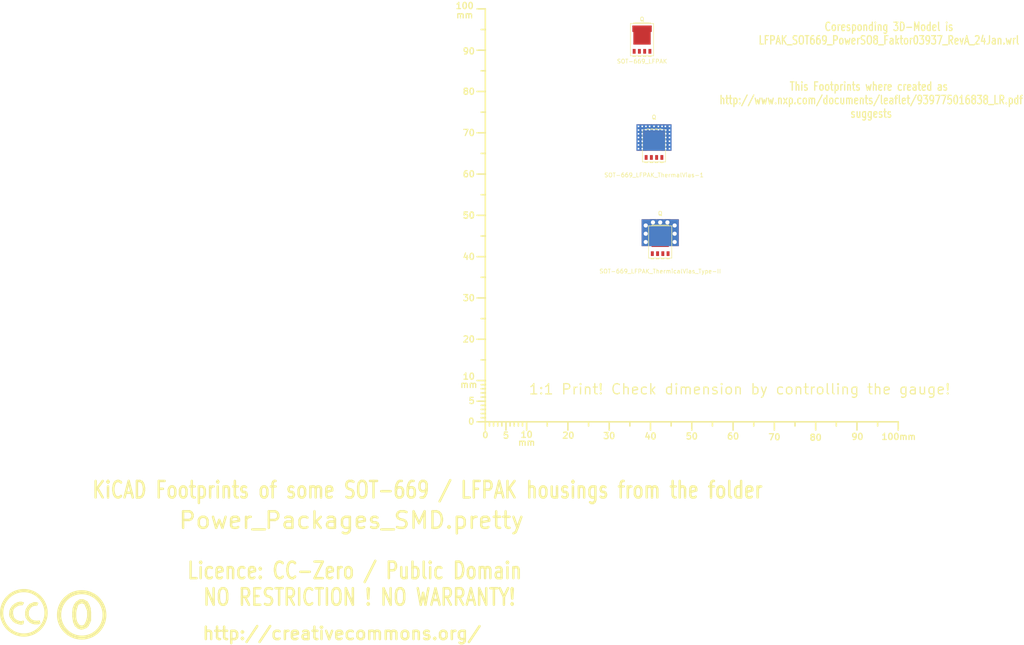
<source format=kicad_pcb>
(kicad_pcb (version 4) (host pcbnew "(2014-12-28 BZR 5339)-product")

  (general
    (links 0)
    (no_connects 0)
    (area -7.617818 40.805099 264.094689 197.4742)
    (thickness 1.6002)
    (drawings 7)
    (tracks 0)
    (zones 0)
    (modules 6)
    (nets 1)
  )

  (page A4)
  (layers
    (0 Vorderseite signal)
    (31 Rückseite signal)
    (32 B.Adhes user)
    (33 F.Adhes user)
    (34 B.Paste user)
    (35 F.Paste user)
    (36 B.SilkS user)
    (37 F.SilkS user)
    (38 B.Mask user)
    (39 F.Mask user)
    (40 Dwgs.User user)
    (41 Cmts.User user)
    (42 Eco1.User user)
    (43 Eco2.User user)
    (44 Edge.Cuts user)
  )

  (setup
    (last_trace_width 0.2032)
    (trace_clearance 0.254)
    (zone_clearance 0.508)
    (zone_45_only no)
    (trace_min 0.2032)
    (segment_width 0.381)
    (edge_width 0.381)
    (via_size 0.889)
    (via_drill 0.635)
    (via_min_size 0.889)
    (via_min_drill 0.508)
    (uvia_size 0.508)
    (uvia_drill 0.127)
    (uvias_allowed no)
    (uvia_min_size 0.508)
    (uvia_min_drill 0.127)
    (pcb_text_width 0.3048)
    (pcb_text_size 1.524 2.032)
    (mod_edge_width 0.381)
    (mod_text_size 1.524 1.524)
    (mod_text_width 0.3048)
    (pad_size 1.524 1.524)
    (pad_drill 0.8128)
    (pad_to_mask_clearance 0.254)
    (aux_axis_origin 0 0)
    (visible_elements 7FFFFFFF)
    (pcbplotparams
      (layerselection 0x00030_80000001)
      (usegerberextensions true)
      (excludeedgelayer true)
      (linewidth 0.150000)
      (plotframeref false)
      (viasonmask false)
      (mode 1)
      (useauxorigin false)
      (hpglpennumber 1)
      (hpglpenspeed 20)
      (hpglpendiameter 15)
      (hpglpenoverlay 0)
      (psnegative false)
      (psa4output false)
      (plotreference true)
      (plotvalue true)
      (plotinvisibletext false)
      (padsonsilk false)
      (subtractmaskfromsilk false)
      (outputformat 1)
      (mirror false)
      (drillshape 0)
      (scaleselection 1)
      (outputdirectory ""))
  )

  (net 0 "")

  (net_class Default "Dies ist die voreingestellte Netzklasse."
    (clearance 0.254)
    (trace_width 0.2032)
    (via_dia 0.889)
    (via_drill 0.635)
    (uvia_dia 0.508)
    (uvia_drill 0.127)
  )

  (module Gauge_100mm_Type2_SilkScreenTop_RevA_Date22Jun2010 (layer Vorderseite) (tedit 4D963937) (tstamp 4D88F07A)
    (at 132.75056 141.2494)
    (descr "Gauge, Massstab, 100mm, SilkScreenTop, Type 2,")
    (tags "Gauge, Massstab, 100mm, SilkScreenTop, Type 2,")
    (path Gauge_100mm_Type2_SilkScreenTop_RevA_Date22Jun2010)
    (fp_text reference MSC (at 4.0005 8.99922) (layer F.SilkS) hide
      (effects (font (thickness 0.3048)))
    )
    (fp_text value Gauge_100mm_Type2_SilkScreenTop_RevA_Date22Jun2010 (at 45.9994 8.99922) (layer F.SilkS) hide
      (effects (font (thickness 0.3048)))
    )
    (fp_text user mm (at 9.99998 5.00126) (layer F.SilkS)
      (effects (font (thickness 0.3048)))
    )
    (fp_text user mm (at -4.0005 -8.99922) (layer F.SilkS)
      (effects (font (thickness 0.3048)))
    )
    (fp_text user mm (at -5.00126 -98.5012) (layer F.SilkS)
      (effects (font (thickness 0.3048)))
    )
    (fp_text user 10 (at 10.00506 3.0988) (layer F.SilkS)
      (effects (font (size 1.50114 1.50114) (thickness 0.29972)))
    )
    (fp_text user 0 (at 0.00508 3.19786) (layer F.SilkS)
      (effects (font (size 1.39954 1.50114) (thickness 0.29972)))
    )
    (fp_text user 5 (at 5.0038 3.29946) (layer F.SilkS)
      (effects (font (size 1.50114 1.50114) (thickness 0.29972)))
    )
    (fp_text user 20 (at 20.1041 3.29946) (layer F.SilkS)
      (effects (font (size 1.50114 1.50114) (thickness 0.29972)))
    )
    (fp_text user 30 (at 30.00502 3.39852) (layer F.SilkS)
      (effects (font (size 1.50114 1.50114) (thickness 0.29972)))
    )
    (fp_text user 40 (at 40.005 3.50012) (layer F.SilkS)
      (effects (font (size 1.50114 1.50114) (thickness 0.29972)))
    )
    (fp_text user 50 (at 50.00498 3.50012) (layer F.SilkS)
      (effects (font (size 1.50114 1.50114) (thickness 0.29972)))
    )
    (fp_text user 60 (at 60.00496 3.50012) (layer F.SilkS)
      (effects (font (size 1.50114 1.50114) (thickness 0.29972)))
    )
    (fp_text user 70 (at 70.00494 3.70078) (layer F.SilkS)
      (effects (font (size 1.50114 1.50114) (thickness 0.29972)))
    )
    (fp_text user 80 (at 80.00492 3.79984) (layer F.SilkS)
      (effects (font (size 1.50114 1.50114) (thickness 0.29972)))
    )
    (fp_text user 90 (at 90.1065 3.60172) (layer F.SilkS)
      (effects (font (size 1.50114 1.50114) (thickness 0.29972)))
    )
    (fp_text user 100mm (at 100.10648 3.60172) (layer F.SilkS)
      (effects (font (size 1.50114 1.50114) (thickness 0.29972)))
    )
    (fp_line (start 0 -8.99922) (end -1.00076 -8.99922) (layer F.SilkS) (width 0.381))
    (fp_line (start 0 -8.001) (end -1.00076 -8.001) (layer F.SilkS) (width 0.381))
    (fp_line (start 0 -7.00024) (end -1.00076 -7.00024) (layer F.SilkS) (width 0.381))
    (fp_line (start 0 -5.99948) (end -1.00076 -5.99948) (layer F.SilkS) (width 0.381))
    (fp_line (start 0 -4.0005) (end -1.00076 -4.0005) (layer F.SilkS) (width 0.381))
    (fp_line (start 0 -2.99974) (end -1.00076 -2.99974) (layer F.SilkS) (width 0.381))
    (fp_line (start 0 -1.99898) (end -1.00076 -1.99898) (layer F.SilkS) (width 0.381))
    (fp_line (start 0 -1.00076) (end -1.00076 -1.00076) (layer F.SilkS) (width 0.381))
    (fp_line (start 0 0) (end -1.99898 0) (layer F.SilkS) (width 0.381))
    (fp_line (start 0 -5.00126) (end -1.99898 -5.00126) (layer F.SilkS) (width 0.381))
    (fp_line (start 0 -9.99998) (end -1.99898 -9.99998) (layer F.SilkS) (width 0.381))
    (fp_line (start 0 -15.00124) (end -1.00076 -15.00124) (layer F.SilkS) (width 0.381))
    (fp_line (start 0 -19.99996) (end -1.99898 -19.99996) (layer F.SilkS) (width 0.381))
    (fp_line (start 0 -25.00122) (end -1.00076 -25.00122) (layer F.SilkS) (width 0.381))
    (fp_line (start 0 -29.99994) (end -1.99898 -29.99994) (layer F.SilkS) (width 0.381))
    (fp_line (start 0 -35.0012) (end -1.00076 -35.0012) (layer F.SilkS) (width 0.381))
    (fp_line (start 0 -39.99992) (end -1.99898 -39.99992) (layer F.SilkS) (width 0.381))
    (fp_line (start 0 -45.00118) (end -1.00076 -45.00118) (layer F.SilkS) (width 0.381))
    (fp_line (start 0 -49.9999) (end -1.99898 -49.9999) (layer F.SilkS) (width 0.381))
    (fp_line (start 0 -55.00116) (end -1.00076 -55.00116) (layer F.SilkS) (width 0.381))
    (fp_line (start 0 -59.99988) (end -1.99898 -59.99988) (layer F.SilkS) (width 0.381))
    (fp_line (start 0 -65.00114) (end -1.00076 -65.00114) (layer F.SilkS) (width 0.381))
    (fp_line (start 0 -69.99986) (end -1.99898 -69.99986) (layer F.SilkS) (width 0.381))
    (fp_line (start 0 -75.00112) (end -1.00076 -75.00112) (layer F.SilkS) (width 0.381))
    (fp_line (start 0 -79.99984) (end -1.99898 -79.99984) (layer F.SilkS) (width 0.381))
    (fp_line (start 0 -85.0011) (end -1.00076 -85.0011) (layer F.SilkS) (width 0.381))
    (fp_line (start 0 -89.99982) (end -1.99898 -89.99982) (layer F.SilkS) (width 0.381))
    (fp_line (start 0 -95.00108) (end -1.00076 -95.00108) (layer F.SilkS) (width 0.381))
    (fp_line (start 0 0) (end 0 -99.9998) (layer F.SilkS) (width 0.381))
    (fp_line (start 0 -99.9998) (end -1.99898 -99.9998) (layer F.SilkS) (width 0.381))
    (fp_text user 100 (at -4.99872 -100.7491) (layer F.SilkS)
      (effects (font (size 1.50114 1.50114) (thickness 0.29972)))
    )
    (fp_text user 90 (at -4.0005 -89.7509) (layer F.SilkS)
      (effects (font (size 1.50114 1.50114) (thickness 0.29972)))
    )
    (fp_text user 80 (at -4.0005 -79.99984) (layer F.SilkS)
      (effects (font (size 1.50114 1.50114) (thickness 0.29972)))
    )
    (fp_text user 70 (at -4.0005 -69.99986) (layer F.SilkS)
      (effects (font (size 1.50114 1.50114) (thickness 0.29972)))
    )
    (fp_text user 60 (at -4.0005 -59.99988) (layer F.SilkS)
      (effects (font (size 1.50114 1.50114) (thickness 0.29972)))
    )
    (fp_text user 50 (at -4.0005 -49.9999) (layer F.SilkS)
      (effects (font (size 1.50114 1.50114) (thickness 0.34036)))
    )
    (fp_text user 40 (at -4.0005 -39.99992) (layer F.SilkS)
      (effects (font (size 1.50114 1.50114) (thickness 0.29972)))
    )
    (fp_text user 30 (at -4.0005 -29.99994) (layer F.SilkS)
      (effects (font (size 1.50114 1.50114) (thickness 0.29972)))
    )
    (fp_text user 20 (at -4.0005 -19.99996) (layer F.SilkS)
      (effects (font (size 1.50114 1.50114) (thickness 0.29972)))
    )
    (fp_line (start 95.00108 0) (end 95.00108 1.00076) (layer F.SilkS) (width 0.381))
    (fp_line (start 89.99982 0) (end 89.99982 1.99898) (layer F.SilkS) (width 0.381))
    (fp_line (start 85.0011 0) (end 85.0011 1.00076) (layer F.SilkS) (width 0.381))
    (fp_line (start 79.99984 0) (end 79.99984 1.99898) (layer F.SilkS) (width 0.381))
    (fp_line (start 75.00112 0) (end 75.00112 1.00076) (layer F.SilkS) (width 0.381))
    (fp_line (start 69.99986 0) (end 69.99986 1.99898) (layer F.SilkS) (width 0.381))
    (fp_line (start 65.00114 0) (end 65.00114 1.00076) (layer F.SilkS) (width 0.381))
    (fp_line (start 59.99988 0) (end 59.99988 1.99898) (layer F.SilkS) (width 0.381))
    (fp_line (start 55.00116 0) (end 55.00116 1.00076) (layer F.SilkS) (width 0.381))
    (fp_line (start 49.9999 0) (end 49.9999 1.99898) (layer F.SilkS) (width 0.381))
    (fp_line (start 45.00118 0) (end 45.00118 1.00076) (layer F.SilkS) (width 0.381))
    (fp_line (start 39.99992 0) (end 39.99992 1.99898) (layer F.SilkS) (width 0.381))
    (fp_line (start 35.0012 0) (end 35.0012 1.00076) (layer F.SilkS) (width 0.381))
    (fp_line (start 29.99994 0) (end 29.99994 1.99898) (layer F.SilkS) (width 0.381))
    (fp_line (start 25.00122 0) (end 25.00122 1.00076) (layer F.SilkS) (width 0.381))
    (fp_line (start 19.99996 0) (end 19.99996 1.99898) (layer F.SilkS) (width 0.381))
    (fp_line (start 15.00124 0) (end 15.00124 1.00076) (layer F.SilkS) (width 0.381))
    (fp_line (start 9.99998 0) (end 99.9998 0) (layer F.SilkS) (width 0.381))
    (fp_line (start 99.9998 0) (end 99.9998 1.99898) (layer F.SilkS) (width 0.381))
    (fp_text user 5 (at -3.302 -5.10286) (layer F.SilkS)
      (effects (font (size 1.50114 1.50114) (thickness 0.29972)))
    )
    (fp_text user 0 (at -3.4036 -0.10414) (layer F.SilkS)
      (effects (font (size 1.50114 1.50114) (thickness 0.29972)))
    )
    (fp_text user 10 (at -4.0005 -11.00074) (layer F.SilkS)
      (effects (font (size 1.50114 1.50114) (thickness 0.29972)))
    )
    (fp_line (start 8.99922 0) (end 8.99922 1.00076) (layer F.SilkS) (width 0.381))
    (fp_line (start 8.001 0) (end 8.001 1.00076) (layer F.SilkS) (width 0.381))
    (fp_line (start 7.00024 0) (end 7.00024 1.00076) (layer F.SilkS) (width 0.381))
    (fp_line (start 5.99948 0) (end 5.99948 1.00076) (layer F.SilkS) (width 0.381))
    (fp_line (start 4.0005 0) (end 4.0005 1.00076) (layer F.SilkS) (width 0.381))
    (fp_line (start 2.99974 0) (end 2.99974 1.00076) (layer F.SilkS) (width 0.381))
    (fp_line (start 1.99898 0) (end 1.99898 1.00076) (layer F.SilkS) (width 0.381))
    (fp_line (start 1.00076 0) (end 1.00076 1.00076) (layer F.SilkS) (width 0.381))
    (fp_line (start 5.00126 0) (end 5.00126 1.99898) (layer F.SilkS) (width 0.381))
    (fp_line (start 0 0) (end 0 1.99898) (layer F.SilkS) (width 0.381))
    (fp_line (start 0 0) (end 9.99998 0) (layer F.SilkS) (width 0.381))
    (fp_line (start 9.99998 0) (end 9.99998 1.99898) (layer F.SilkS) (width 0.381))
  )

  (module Symbol_CC-PublicDomain_SilkScreenTop_Big (layer Vorderseite) (tedit 515D641F) (tstamp 515F0B64)
    (at 35 188)
    (descr "Symbol, CC-PublicDomain, SilkScreen Top, Big,")
    (tags "Symbol, CC-PublicDomain, SilkScreen Top, Big,")
    (path Symbol_CC-Noncommercial_CopperTop_Big)
    (fp_text reference Sym (at 0.59944 -7.29996) (layer F.SilkS) hide
      (effects (font (thickness 0.3048)))
    )
    (fp_text value Symbol_CC-PublicDomain_SilkScreenTop_Big (at 0.59944 8.001) (layer F.SilkS) hide
      (effects (font (thickness 0.3048)))
    )
    (fp_circle (center 0 0) (end 5.8 -0.05) (layer F.SilkS) (width 0.381))
    (fp_circle (center 0 0) (end 5.5 0) (layer F.SilkS) (width 0.381))
    (fp_circle (center 0.05 0) (end 5.25 0) (layer F.SilkS) (width 0.381))
    (fp_line (start 1.1 -2.5) (end 1.4 -1.9) (layer F.SilkS) (width 0.381))
    (fp_line (start -1.8 1.2) (end -1.6 1.9) (layer F.SilkS) (width 0.381))
    (fp_line (start -1.6 1.9) (end -1.2 2.5) (layer F.SilkS) (width 0.381))
    (fp_line (start 0 -3) (end 0.75 -2.75) (layer F.SilkS) (width 0.381))
    (fp_line (start 0.75 -2.75) (end 1 -2.25) (layer F.SilkS) (width 0.381))
    (fp_line (start 1 -2.25) (end 1.5 -1) (layer F.SilkS) (width 0.381))
    (fp_line (start 1.5 -1) (end 1.5 -0.5) (layer F.SilkS) (width 0.381))
    (fp_line (start 1.5 -0.5) (end 1.5 0.5) (layer F.SilkS) (width 0.381))
    (fp_line (start 1.5 0.5) (end 1.25 1.5) (layer F.SilkS) (width 0.381))
    (fp_line (start 1.25 1.5) (end 0.75 2.5) (layer F.SilkS) (width 0.381))
    (fp_line (start 0.75 2.5) (end 0.25 2.75) (layer F.SilkS) (width 0.381))
    (fp_line (start 0.25 2.75) (end -0.25 2.75) (layer F.SilkS) (width 0.381))
    (fp_line (start -0.25 2.75) (end -0.75 2.5) (layer F.SilkS) (width 0.381))
    (fp_line (start -0.75 2.5) (end -1.25 1.75) (layer F.SilkS) (width 0.381))
    (fp_line (start -1.25 1.75) (end -1.5 0.75) (layer F.SilkS) (width 0.381))
    (fp_line (start -1.5 0.75) (end -1.5 -0.75) (layer F.SilkS) (width 0.381))
    (fp_line (start -1.5 -0.75) (end -1.25 -1.75) (layer F.SilkS) (width 0.381))
    (fp_line (start -1.25 -1.75) (end -1 -2.5) (layer F.SilkS) (width 0.381))
    (fp_line (start -1 -2.5) (end -0.3 -2.9) (layer F.SilkS) (width 0.381))
    (fp_line (start -0.3 -2.9) (end 0.2 -3) (layer F.SilkS) (width 0.381))
    (fp_line (start 0.2 -3) (end 0.8 -3) (layer F.SilkS) (width 0.381))
    (fp_line (start 0.8 -3) (end 1.4 -2.3) (layer F.SilkS) (width 0.381))
    (fp_line (start 1.4 -2.3) (end 1.6 -1.4) (layer F.SilkS) (width 0.381))
    (fp_line (start 1.6 -1.4) (end 1.7 -0.3) (layer F.SilkS) (width 0.381))
    (fp_line (start 1.7 -0.3) (end 1.7 0.9) (layer F.SilkS) (width 0.381))
    (fp_line (start 1.7 0.9) (end 1.4 1.8) (layer F.SilkS) (width 0.381))
    (fp_line (start 1.4 1.8) (end 1 2.7) (layer F.SilkS) (width 0.381))
    (fp_line (start 1 2.7) (end 0.5 3) (layer F.SilkS) (width 0.381))
    (fp_line (start 0.5 3) (end -0.4 3) (layer F.SilkS) (width 0.381))
    (fp_line (start -0.4 3) (end -1.3 2.3) (layer F.SilkS) (width 0.381))
    (fp_line (start -1.3 2.3) (end -1.7 1) (layer F.SilkS) (width 0.381))
    (fp_line (start -1.7 1) (end -1.8 -0.7) (layer F.SilkS) (width 0.381))
    (fp_line (start -1.8 -0.7) (end -1.4 -2.2) (layer F.SilkS) (width 0.381))
    (fp_line (start -1.4 -2.2) (end -1 -2.9) (layer F.SilkS) (width 0.381))
    (fp_line (start -1 -2.9) (end -0.2 -3.3) (layer F.SilkS) (width 0.381))
    (fp_line (start -0.2 -3.3) (end 0.7 -3.2) (layer F.SilkS) (width 0.381))
    (fp_line (start 0.7 -3.2) (end 1.3 -3.1) (layer F.SilkS) (width 0.381))
    (fp_line (start 1.3 -3.1) (end 1.7 -2.4) (layer F.SilkS) (width 0.381))
    (fp_line (start 1.7 -2.4) (end 2 -1.6) (layer F.SilkS) (width 0.381))
    (fp_line (start 2 -1.6) (end 2.1 -0.6) (layer F.SilkS) (width 0.381))
    (fp_line (start 2.1 -0.6) (end 2.1 0.3) (layer F.SilkS) (width 0.381))
    (fp_line (start 2.1 0.3) (end 2.1 1.3) (layer F.SilkS) (width 0.381))
    (fp_line (start 2.1 1.3) (end 1.9 1.8) (layer F.SilkS) (width 0.381))
    (fp_line (start 1.9 1.8) (end 1.5 2.6) (layer F.SilkS) (width 0.381))
    (fp_line (start 1.5 2.6) (end 1.1 3) (layer F.SilkS) (width 0.381))
    (fp_line (start 1.1 3) (end 0.4 3.3) (layer F.SilkS) (width 0.381))
    (fp_line (start 0.4 3.3) (end -0.1 3.4) (layer F.SilkS) (width 0.381))
    (fp_line (start -0.1 3.4) (end -0.8 3.2) (layer F.SilkS) (width 0.381))
    (fp_line (start -0.8 3.2) (end -1.5 2.6) (layer F.SilkS) (width 0.381))
    (fp_line (start -1.5 2.6) (end -1.9 1.7) (layer F.SilkS) (width 0.381))
    (fp_line (start -1.9 1.7) (end -2.1 0.4) (layer F.SilkS) (width 0.381))
    (fp_line (start -2.1 0.4) (end -2.1 -0.6) (layer F.SilkS) (width 0.381))
    (fp_line (start -2.1 -0.6) (end -2 -1.6) (layer F.SilkS) (width 0.381))
    (fp_line (start -2 -1.6) (end -1.7 -2.4) (layer F.SilkS) (width 0.381))
    (fp_line (start -1.7 -2.4) (end -1.2 -3.1) (layer F.SilkS) (width 0.381))
    (fp_line (start -1.2 -3.1) (end -0.4 -3.6) (layer F.SilkS) (width 0.381))
    (fp_line (start -0.4 -3.6) (end 0.4 -3.6) (layer F.SilkS) (width 0.381))
    (fp_line (start 0.4 -3.6) (end 1.1 -3.2) (layer F.SilkS) (width 0.381))
    (fp_line (start 1.1 -3.2) (end 1.1 -2.9) (layer F.SilkS) (width 0.381))
    (fp_line (start 1.1 -2.9) (end 1.8 -1.5) (layer F.SilkS) (width 0.381))
    (fp_line (start 1.8 -1.5) (end 1.8 -0.4) (layer F.SilkS) (width 0.381))
    (fp_line (start 1.8 -0.4) (end 1.8 1.1) (layer F.SilkS) (width 0.381))
    (fp_line (start 1.8 1.1) (end 1.2 2.6) (layer F.SilkS) (width 0.381))
    (fp_line (start 1.2 2.6) (end 0.2 3.2) (layer F.SilkS) (width 0.381))
    (fp_line (start 0.2 3.2) (end -0.5 3.2) (layer F.SilkS) (width 0.381))
    (fp_line (start -0.5 3.2) (end -1.1 2.7) (layer F.SilkS) (width 0.381))
    (fp_line (start -1.1 2.7) (end -1.9 0.6) (layer F.SilkS) (width 0.381))
    (fp_line (start -1.9 0.6) (end -1.7 -1.9) (layer F.SilkS) (width 0.381))
  )

  (module Symbol_CreativeCommons_SilkScreenTop_Type2_Big (layer Vorderseite) (tedit 515D640C) (tstamp 515F46B2)
    (at 21 187.5)
    (descr "Symbol, Creative Commons, SilkScreen Top, Type 2, Big,")
    (tags "Symbol, Creative Commons, SilkScreen Top, Type 2, Big,")
    (path Symbol_CreativeCommons_CopperTop_Type2_Big)
    (fp_text reference Sym (at 0.59944 -7.29996) (layer F.SilkS) hide
      (effects (font (thickness 0.3048)))
    )
    (fp_text value Symbol_CreativeCommons_Typ2_SilkScreenTop_Big (at 0.59944 8.001) (layer F.SilkS) hide
      (effects (font (thickness 0.3048)))
    )
    (fp_line (start -0.70104 2.70002) (end -0.29972 2.60096) (layer F.SilkS) (width 0.381))
    (fp_line (start -0.29972 2.60096) (end -0.20066 2.10058) (layer F.SilkS) (width 0.381))
    (fp_line (start -2.49936 -1.69926) (end -2.70002 -1.6002) (layer F.SilkS) (width 0.381))
    (fp_line (start -2.70002 -1.6002) (end -3.0988 -1.00076) (layer F.SilkS) (width 0.381))
    (fp_line (start -3.0988 -1.00076) (end -3.29946 -0.50038) (layer F.SilkS) (width 0.381))
    (fp_line (start -3.29946 -0.50038) (end -3.40106 0.39878) (layer F.SilkS) (width 0.381))
    (fp_line (start -3.40106 0.39878) (end -3.29946 0.89916) (layer F.SilkS) (width 0.381))
    (fp_line (start -0.19812 2.4003) (end -0.29718 2.59842) (layer F.SilkS) (width 0.381))
    (fp_line (start 3.70078 2.10058) (end 3.79984 2.4003) (layer F.SilkS) (width 0.381))
    (fp_line (start 2.99974 -2.4003) (end 3.29946 -2.30124) (layer F.SilkS) (width 0.381))
    (fp_line (start 3.29946 -2.30124) (end 3.0988 -1.99898) (layer F.SilkS) (width 0.381))
    (fp_line (start 0 -5.40004) (end -0.50038 -5.40004) (layer F.SilkS) (width 0.381))
    (fp_line (start -0.50038 -5.40004) (end -1.30048 -5.10032) (layer F.SilkS) (width 0.381))
    (fp_line (start -1.30048 -5.10032) (end -1.99898 -4.89966) (layer F.SilkS) (width 0.381))
    (fp_line (start -1.99898 -4.89966) (end -2.70002 -4.699) (layer F.SilkS) (width 0.381))
    (fp_line (start -2.70002 -4.699) (end -3.29946 -4.20116) (layer F.SilkS) (width 0.381))
    (fp_line (start -3.29946 -4.20116) (end -4.0005 -3.59918) (layer F.SilkS) (width 0.381))
    (fp_line (start -4.0005 -3.59918) (end -4.50088 -2.99974) (layer F.SilkS) (width 0.381))
    (fp_line (start -4.50088 -2.99974) (end -5.00126 -2.10058) (layer F.SilkS) (width 0.381))
    (fp_line (start -5.00126 -2.10058) (end -5.30098 -1.09982) (layer F.SilkS) (width 0.381))
    (fp_line (start -5.30098 -1.09982) (end -5.40004 0.09906) (layer F.SilkS) (width 0.381))
    (fp_line (start -5.40004 0.09906) (end -5.19938 1.30048) (layer F.SilkS) (width 0.381))
    (fp_line (start -5.19938 1.30048) (end -4.8006 2.4003) (layer F.SilkS) (width 0.381))
    (fp_line (start -4.8006 2.4003) (end -3.79984 3.8989) (layer F.SilkS) (width 0.381))
    (fp_line (start -3.79984 3.8989) (end -2.60096 4.8006) (layer F.SilkS) (width 0.381))
    (fp_line (start -2.60096 4.8006) (end -1.30048 5.30098) (layer F.SilkS) (width 0.381))
    (fp_line (start -1.30048 5.30098) (end 0.09906 5.30098) (layer F.SilkS) (width 0.381))
    (fp_line (start 0.09906 5.30098) (end 1.6002 5.19938) (layer F.SilkS) (width 0.381))
    (fp_line (start 1.6002 5.19938) (end 2.60096 4.699) (layer F.SilkS) (width 0.381))
    (fp_line (start 2.60096 4.699) (end 4.20116 3.40106) (layer F.SilkS) (width 0.381))
    (fp_line (start 4.20116 3.40106) (end 5.00126 1.80086) (layer F.SilkS) (width 0.381))
    (fp_line (start 5.00126 1.80086) (end 5.40004 0.29972) (layer F.SilkS) (width 0.381))
    (fp_line (start 5.40004 0.29972) (end 5.19938 -1.39954) (layer F.SilkS) (width 0.381))
    (fp_line (start 5.19938 -1.39954) (end 4.699 -2.49936) (layer F.SilkS) (width 0.381))
    (fp_line (start 4.699 -2.49936) (end 3.40106 -4.09956) (layer F.SilkS) (width 0.381))
    (fp_line (start 3.40106 -4.09956) (end 2.4003 -4.8006) (layer F.SilkS) (width 0.381))
    (fp_line (start 2.4003 -4.8006) (end 1.39954 -5.19938) (layer F.SilkS) (width 0.381))
    (fp_line (start 1.39954 -5.19938) (end 0 -5.30098) (layer F.SilkS) (width 0.381))
    (fp_line (start 0.60198 -0.70104) (end 0.50292 -0.20066) (layer F.SilkS) (width 0.381))
    (fp_line (start 0.50292 -0.20066) (end 0.50292 0.49784) (layer F.SilkS) (width 0.381))
    (fp_line (start 0.50292 0.49784) (end 0.60198 1.09982) (layer F.SilkS) (width 0.381))
    (fp_line (start 0.60198 1.09982) (end 1.00076 1.69926) (layer F.SilkS) (width 0.381))
    (fp_line (start 1.00076 1.69926) (end 1.50114 2.19964) (layer F.SilkS) (width 0.381))
    (fp_line (start 1.50114 2.19964) (end 2.10058 2.49936) (layer F.SilkS) (width 0.381))
    (fp_line (start 2.10058 2.49936) (end 2.60096 2.59842) (layer F.SilkS) (width 0.381))
    (fp_line (start 2.60096 2.59842) (end 3.00228 2.59842) (layer F.SilkS) (width 0.381))
    (fp_line (start 3.00228 2.59842) (end 3.40106 2.59842) (layer F.SilkS) (width 0.381))
    (fp_line (start 3.40106 2.59842) (end 3.80238 2.49936) (layer F.SilkS) (width 0.381))
    (fp_line (start 3.80238 2.49936) (end 3.70078 2.2987) (layer F.SilkS) (width 0.381))
    (fp_line (start 3.70078 2.2987) (end 2.80162 2.4003) (layer F.SilkS) (width 0.381))
    (fp_line (start 2.80162 2.4003) (end 1.80086 2.09804) (layer F.SilkS) (width 0.381))
    (fp_line (start 1.80086 2.09804) (end 1.20142 1.6002) (layer F.SilkS) (width 0.381))
    (fp_line (start 1.20142 1.6002) (end 0.80264 0.6985) (layer F.SilkS) (width 0.381))
    (fp_line (start 0.80264 0.6985) (end 0.70104 -0.29972) (layer F.SilkS) (width 0.381))
    (fp_line (start 0.70104 -0.29972) (end 1.00076 -1.00076) (layer F.SilkS) (width 0.381))
    (fp_line (start 1.00076 -1.00076) (end 1.60274 -1.7018) (layer F.SilkS) (width 0.381))
    (fp_line (start 1.60274 -1.7018) (end 2.30124 -2.10058) (layer F.SilkS) (width 0.381))
    (fp_line (start 2.30124 -2.10058) (end 3.00228 -2.10058) (layer F.SilkS) (width 0.381))
    (fp_line (start 3.00228 -2.10058) (end 3.10134 -1.89992) (layer F.SilkS) (width 0.381))
    (fp_line (start 3.10134 -1.89992) (end 2.5019 -1.89992) (layer F.SilkS) (width 0.381))
    (fp_line (start 2.5019 -1.89992) (end 1.80086 -1.6002) (layer F.SilkS) (width 0.381))
    (fp_line (start 1.80086 -1.6002) (end 1.30048 -1.00076) (layer F.SilkS) (width 0.381))
    (fp_line (start 1.30048 -1.00076) (end 1.00076 -0.40132) (layer F.SilkS) (width 0.381))
    (fp_line (start 1.00076 -0.40132) (end 1.00076 0.09906) (layer F.SilkS) (width 0.381))
    (fp_line (start 1.00076 0.09906) (end 1.00076 0.6985) (layer F.SilkS) (width 0.381))
    (fp_line (start 1.00076 0.6985) (end 1.30048 1.19888) (layer F.SilkS) (width 0.381))
    (fp_line (start 1.30048 1.19888) (end 1.7018 1.69926) (layer F.SilkS) (width 0.381))
    (fp_line (start 1.7018 1.69926) (end 2.30124 1.99898) (layer F.SilkS) (width 0.381))
    (fp_line (start 2.30124 1.99898) (end 2.90068 2.09804) (layer F.SilkS) (width 0.381))
    (fp_line (start 2.90068 2.09804) (end 3.40106 2.09804) (layer F.SilkS) (width 0.381))
    (fp_line (start 3.40106 2.09804) (end 3.70078 1.99898) (layer F.SilkS) (width 0.381))
    (fp_line (start 3.00228 -2.4003) (end 2.40284 -2.4003) (layer F.SilkS) (width 0.381))
    (fp_line (start 2.40284 -2.4003) (end 2.00152 -2.20218) (layer F.SilkS) (width 0.381))
    (fp_line (start 2.00152 -2.20218) (end 1.50114 -2.00152) (layer F.SilkS) (width 0.381))
    (fp_line (start 1.50114 -2.00152) (end 1.10236 -1.6002) (layer F.SilkS) (width 0.381))
    (fp_line (start 1.10236 -1.6002) (end 0.80264 -1.09982) (layer F.SilkS) (width 0.381))
    (fp_line (start 0.80264 -1.09982) (end 0.60198 -0.70104) (layer F.SilkS) (width 0.381))
    (fp_line (start -0.39878 -1.99898) (end -0.89916 -1.99898) (layer F.SilkS) (width 0.381))
    (fp_line (start -0.89916 -1.99898) (end -1.39954 -1.89738) (layer F.SilkS) (width 0.381))
    (fp_line (start -1.39954 -1.89738) (end -1.89992 -1.59766) (layer F.SilkS) (width 0.381))
    (fp_line (start -1.89992 -1.59766) (end -2.4003 -1.19888) (layer F.SilkS) (width 0.381))
    (fp_line (start -2.4003 -1.30048) (end -2.70002 -0.8001) (layer F.SilkS) (width 0.381))
    (fp_line (start -2.70002 -0.8001) (end -2.79908 -0.29972) (layer F.SilkS) (width 0.381))
    (fp_line (start -2.79908 -0.29972) (end -2.79908 0.20066) (layer F.SilkS) (width 0.381))
    (fp_line (start -2.79908 0.20066) (end -2.59842 1.00076) (layer F.SilkS) (width 0.381))
    (fp_line (start -2.69748 1.00076) (end -2.39776 1.39954) (layer F.SilkS) (width 0.381))
    (fp_line (start -2.29616 1.4986) (end -1.79578 1.89992) (layer F.SilkS) (width 0.381))
    (fp_line (start -1.79578 1.89992) (end -1.29794 2.09804) (layer F.SilkS) (width 0.381))
    (fp_line (start -1.29794 2.09804) (end -0.89662 2.19964) (layer F.SilkS) (width 0.381))
    (fp_line (start -0.89662 2.19964) (end -0.49784 2.19964) (layer F.SilkS) (width 0.381))
    (fp_line (start -0.49784 2.19964) (end -0.19812 2.09804) (layer F.SilkS) (width 0.381))
    (fp_line (start -0.19812 2.09804) (end -0.29718 2.4003) (layer F.SilkS) (width 0.381))
    (fp_line (start -0.29718 2.4003) (end -0.89662 2.49936) (layer F.SilkS) (width 0.381))
    (fp_line (start -0.89662 2.49936) (end -1.59766 2.2987) (layer F.SilkS) (width 0.381))
    (fp_line (start -1.59766 2.2987) (end -2.29616 1.79832) (layer F.SilkS) (width 0.381))
    (fp_line (start -2.29616 1.79832) (end -2.79654 1.29794) (layer F.SilkS) (width 0.381))
    (fp_line (start -2.79908 1.39954) (end -2.99974 0.70104) (layer F.SilkS) (width 0.381))
    (fp_line (start -2.99974 0.70104) (end -3.0988 0) (layer F.SilkS) (width 0.381))
    (fp_line (start -3.0988 0) (end -2.99974 -0.59944) (layer F.SilkS) (width 0.381))
    (fp_line (start -2.99974 -0.8001) (end -2.70002 -1.30048) (layer F.SilkS) (width 0.381))
    (fp_line (start -2.70002 -1.09982) (end -2.19964 -1.6002) (layer F.SilkS) (width 0.381))
    (fp_line (start -2.19964 -1.69926) (end -1.69926 -1.99898) (layer F.SilkS) (width 0.381))
    (fp_line (start -1.69926 -1.99898) (end -1.19888 -2.19964) (layer F.SilkS) (width 0.381))
    (fp_line (start -1.19888 -2.19964) (end -0.6985 -2.19964) (layer F.SilkS) (width 0.381))
    (fp_line (start -0.6985 -2.19964) (end -0.29972 -2.19964) (layer F.SilkS) (width 0.381))
    (fp_line (start -0.29972 -2.19964) (end -0.20066 -2.39776) (layer F.SilkS) (width 0.381))
    (fp_line (start -0.20066 -2.39776) (end -0.59944 -2.49936) (layer F.SilkS) (width 0.381))
    (fp_line (start -0.59944 -2.49936) (end -1.00076 -2.49936) (layer F.SilkS) (width 0.381))
    (fp_line (start -1.00076 -2.49936) (end -1.4986 -2.39776) (layer F.SilkS) (width 0.381))
    (fp_line (start -1.4986 -2.39776) (end -2.10058 -2.09804) (layer F.SilkS) (width 0.381))
    (fp_line (start -2.10058 -2.09804) (end -2.59842 -1.69926) (layer F.SilkS) (width 0.381))
    (fp_line (start -2.59842 -1.6002) (end -3.0988 -0.89916) (layer F.SilkS) (width 0.381))
    (fp_line (start -3.0988 -0.89916) (end -3.29946 -0.29972) (layer F.SilkS) (width 0.381))
    (fp_line (start -3.29946 -0.29972) (end -3.29946 0.40132) (layer F.SilkS) (width 0.381))
    (fp_line (start -3.29946 0.40132) (end -3.2004 1.00076) (layer F.SilkS) (width 0.381))
    (fp_line (start -3.29946 0.8001) (end -2.99974 1.39954) (layer F.SilkS) (width 0.381))
    (fp_line (start -2.89814 1.4986) (end -2.49682 1.99898) (layer F.SilkS) (width 0.381))
    (fp_line (start -2.49682 1.99898) (end -1.89738 2.4003) (layer F.SilkS) (width 0.381))
    (fp_line (start -1.89738 2.4003) (end -1.19634 2.59842) (layer F.SilkS) (width 0.381))
    (fp_line (start -1.19634 2.59842) (end -0.69596 2.70002) (layer F.SilkS) (width 0.381))
    (fp_line (start -2.9972 1.19888) (end -2.59842 1.19888) (layer F.SilkS) (width 0.381))
    (fp_circle (center 0 0) (end 5.08 1.016) (layer F.SilkS) (width 0.381))
    (fp_circle (center 0 0) (end 5.588 0) (layer F.SilkS) (width 0.381))
  )

  (module SOT669-LFPAK:SOT-669_LFPAK (layer Vorderseite) (tedit 54C6F638) (tstamp 54D13BC0)
    (at 170.7 48.7)
    (descr "LFPAK www.nxp.com/documents/leaflet/939775016838_LR.pdf")
    (tags "LFPAK SOT-669 Power-SO8")
    (attr smd)
    (fp_text reference Q (at 0 -4.925) (layer F.SilkS)
      (effects (font (size 1 1) (thickness 0.15)))
    )
    (fp_text value SOT-669_LFPAK (at 0 5.25) (layer F.SilkS)
      (effects (font (size 1 1) (thickness 0.15)))
    )
    (fp_line (start 2.95 -4.25) (end 2.95 4.25) (layer F.CrtYd) (width 0.05))
    (fp_line (start -2.95 4.25) (end -2.95 -4.25) (layer F.CrtYd) (width 0.05))
    (fp_line (start -2.95 4.25) (end 2.95 4.25) (layer F.CrtYd) (width 0.05))
    (fp_line (start -2.95 -4.25) (end 2.95 -4.25) (layer F.CrtYd) (width 0.05))
    (fp_line (start -2 -3.9) (end -2 -4.1) (layer F.SilkS) (width 0.15))
    (fp_line (start -2 -4.1) (end 2 -4.1) (layer F.SilkS) (width 0.15))
    (fp_line (start 2 -4.1) (end 2 -3.9) (layer F.SilkS) (width 0.15))
    (fp_line (start 1.6 3.9) (end 1.6 4.1) (layer F.SilkS) (width 0.15))
    (fp_line (start 1.6 4.1) (end 2.2 4.1) (layer F.SilkS) (width 0.15))
    (fp_line (start 2.2 4.1) (end 2.2 3.9) (layer F.SilkS) (width 0.15))
    (fp_line (start 0.3 3.9) (end 0.3 4.1) (layer F.SilkS) (width 0.15))
    (fp_line (start 0.3 4.1) (end 0.9 4.1) (layer F.SilkS) (width 0.15))
    (fp_line (start 0.9 4.1) (end 0.9 3.9) (layer F.SilkS) (width 0.15))
    (fp_line (start -0.9 3.9) (end -0.9 4.1) (layer F.SilkS) (width 0.15))
    (fp_line (start -0.9 4.1) (end -0.3 4.1) (layer F.SilkS) (width 0.15))
    (fp_line (start -0.3 4.1) (end -0.3 3.9) (layer F.SilkS) (width 0.15))
    (fp_line (start -2.2 3.9) (end -2.2 4.1) (layer F.SilkS) (width 0.15))
    (fp_line (start -2.2 4.1) (end -1.6 4.1) (layer F.SilkS) (width 0.15))
    (fp_line (start -1.6 4.1) (end -1.6 3.9) (layer F.SilkS) (width 0.15))
    (fp_line (start -2.8 -3.9) (end 2.8 -3.9) (layer F.SilkS) (width 0.15))
    (fp_line (start 2.8 -3.9) (end 2.8 3.9) (layer F.SilkS) (width 0.15))
    (fp_line (start 2.8 3.9) (end -2.8 3.9) (layer F.SilkS) (width 0.15))
    (fp_line (start -2.8 3.9) (end -2.8 -3.9) (layer F.SilkS) (width 0.15))
    (pad 7 smd rect (at -1.15 -0.2 90) (size 0.6 0.9) (layers F.Paste))
    (pad 7 smd rect (at -1.15 0.65 90) (size 0.6 0.9) (layers F.Paste))
    (pad 7 smd rect (at -1.15 -1.05 90) (size 0.6 0.9) (layers F.Paste))
    (pad 7 smd rect (at 1.15 -0.2 90) (size 0.6 0.9) (layers F.Paste))
    (pad 7 smd rect (at 1.15 0.65 90) (size 0.6 0.9) (layers F.Paste))
    (pad 7 smd rect (at 1.15 -1.05 90) (size 0.6 0.9) (layers F.Paste))
    (pad 7 smd rect (at 0 -1.05 90) (size 0.6 0.9) (layers F.Paste))
    (pad 7 smd rect (at 0 0.65 90) (size 0.6 0.9) (layers F.Paste))
    (pad 6 smd rect (at -1.875 -2.9) (size 0.6 0.9) (layers F.Paste))
    (pad 6 smd rect (at 1.875 -2.9) (size 0.6 0.9) (layers F.Paste))
    (pad 6 smd rect (at -0.6 -2.9) (size 0.6 0.9) (layers F.Paste))
    (pad 2 smd rect (at -0.635 2.825) (size 0.7 1.15) (layers Vorderseite F.Paste F.Mask)
      (solder_mask_margin 0.075) (solder_paste_margin -0.05))
    (pad 1 smd rect (at -1.905 2.825) (size 0.7 1.15) (layers Vorderseite F.Paste F.Mask)
      (solder_mask_margin 0.075) (solder_paste_margin -0.05))
    (pad 3 smd rect (at 0.635 2.825) (size 0.7 1.15) (layers Vorderseite F.Paste F.Mask)
      (solder_mask_margin 0.075) (solder_paste_margin -0.05))
    (pad 5 smd rect (at 0 -2.65) (size 4.7 1.55) (layers Vorderseite F.Mask)
      (solder_mask_margin 0.075))
    (pad 5 smd rect (at 0 -0.45) (size 4.2 3.3) (layers Vorderseite F.Mask)
      (solder_mask_margin 0.075))
    (pad 4 smd rect (at 1.905 2.825) (size 0.7 1.15) (layers Vorderseite F.Paste F.Mask)
      (solder_mask_margin 0.075) (solder_paste_margin -0.05))
    (pad 6 smd rect (at 0.6 -2.9) (size 0.6 0.9) (layers F.Paste))
    (pad 7 smd rect (at 0 -0.2 90) (size 0.6 0.9) (layers F.Paste))
    (model Housings_SOT-669_LFPAK/SOT-669_LFPAK_Factor03937.wrl
      (at (xyz 0 0 0))
      (scale (xyz 1 1 1))
      (rotate (xyz 0 0 0))
    )
  )

  (module SOT669-LFPAK:SOT-669_LFPAK_ThermalVias-1 (layer Vorderseite) (tedit 54C6F74E) (tstamp 54D13E82)
    (at 173.6 74.4)
    (descr "LFPAK www.nxp.com/documents/leaflet/939775016838_LR.pdf")
    (tags "LFPAK SOT669 Thermal Vias 0.4mm Power-SO8")
    (attr smd)
    (fp_text reference Q (at 0 -6.9) (layer F.SilkS)
      (effects (font (size 1 1) (thickness 0.15)))
    )
    (fp_text value SOT-669_LFPAK_ThermalVias-1 (at 0 7.1) (layer F.SilkS)
      (effects (font (size 1 1) (thickness 0.15)))
    )
    (fp_line (start -2.8 1) (end -2.8 3.9) (layer F.SilkS) (width 0.15))
    (fp_line (start -2.8 0.1) (end -2.8 0.35) (layer F.SilkS) (width 0.15))
    (fp_line (start -2.8 -0.8) (end -2.8 -0.55) (layer F.SilkS) (width 0.15))
    (fp_line (start -2.8 -1.7) (end -2.8 -1.45) (layer F.SilkS) (width 0.15))
    (fp_line (start -2.8 -2.55) (end -2.8 -2.35) (layer F.SilkS) (width 0.15))
    (fp_line (start -2.8 -3.5) (end -2.8 -3.25) (layer F.SilkS) (width 0.15))
    (fp_line (start -2.25 -3.9) (end -2.5 -3.9) (layer F.SilkS) (width 0.15))
    (fp_line (start -1.35 -3.9) (end -1.6 -3.9) (layer F.SilkS) (width 0.15))
    (fp_line (start -1.25 -4.1) (end -1.65 -4.1) (layer F.SilkS) (width 0.15))
    (fp_line (start -0.3 -3.9) (end -0.7 -3.9) (layer F.SilkS) (width 0.15))
    (fp_line (start -0.25 -4.1) (end -0.75 -4.1) (layer F.SilkS) (width 0.15))
    (fp_line (start 0.75 -3.9) (end 0.35 -3.9) (layer F.SilkS) (width 0.15))
    (fp_line (start 0.8 -4.1) (end 0.3 -4.1) (layer F.SilkS) (width 0.15))
    (fp_line (start 1.7 -4.1) (end 1.35 -4.1) (layer F.SilkS) (width 0.15))
    (fp_line (start 1.65 -3.9) (end 1.35 -3.9) (layer F.SilkS) (width 0.15))
    (fp_line (start 2.55 -3.9) (end 2.3 -3.9) (layer F.SilkS) (width 0.15))
    (fp_line (start 2.8 -3.2) (end 2.8 -3.45) (layer F.SilkS) (width 0.15))
    (fp_line (start 2.8 -2.3) (end 2.8 -2.55) (layer F.SilkS) (width 0.15))
    (fp_line (start 2.8 -1.4) (end 2.8 -1.65) (layer F.SilkS) (width 0.15))
    (fp_line (start 2.8 -0.5) (end 2.8 -0.75) (layer F.SilkS) (width 0.15))
    (fp_line (start 2.8 0.4) (end 2.8 0.1) (layer F.SilkS) (width 0.15))
    (fp_line (start 2.8 3.9) (end 2.8 1) (layer F.SilkS) (width 0.15))
    (fp_line (start 1.6 3.9) (end 1.6 4.1) (layer F.SilkS) (width 0.15))
    (fp_line (start 1.6 4.1) (end 2.2 4.1) (layer F.SilkS) (width 0.15))
    (fp_line (start 2.2 4.1) (end 2.2 3.9) (layer F.SilkS) (width 0.15))
    (fp_line (start 0.3 3.9) (end 0.3 4.1) (layer F.SilkS) (width 0.15))
    (fp_line (start 0.3 4.1) (end 0.9 4.1) (layer F.SilkS) (width 0.15))
    (fp_line (start 0.9 4.1) (end 0.9 3.9) (layer F.SilkS) (width 0.15))
    (fp_line (start -0.9 3.9) (end -0.9 4.1) (layer F.SilkS) (width 0.15))
    (fp_line (start -0.9 4.1) (end -0.3 4.1) (layer F.SilkS) (width 0.15))
    (fp_line (start -0.3 4.1) (end -0.3 3.9) (layer F.SilkS) (width 0.15))
    (fp_line (start -2.2 3.9) (end -2.2 4.1) (layer F.SilkS) (width 0.15))
    (fp_line (start -2.2 4.1) (end -1.6 4.1) (layer F.SilkS) (width 0.15))
    (fp_line (start -1.6 4.1) (end -1.6 3.9) (layer F.SilkS) (width 0.15))
    (fp_line (start 2.8 3.9) (end -2.8 3.9) (layer F.SilkS) (width 0.15))
    (pad 5 thru_hole rect (at 1.05 -4.7) (size 1 1) (drill 0.4) (layers *.Cu))
    (pad 5 thru_hole rect (at 0 -4.7) (size 1.4 1) (drill 0.4) (layers *.Cu))
    (pad 5 thru_hole rect (at -2.85 -4.7) (size 1 1) (drill 0.4) (layers *.Cu))
    (pad 5 thru_hole rect (at -1.05 -4.7) (size 1 1) (drill 0.4) (layers *.Cu))
    (pad 5 thru_hole rect (at 1.95 -4.7) (size 1 1) (drill 0.4) (layers *.Cu))
    (pad 5 thru_hole rect (at -1.95 -4.7) (size 1 1) (drill 0.4) (layers *.Cu))
    (pad 5 thru_hole rect (at 2.75 -4.7) (size 1 1) (drill 0.4) (layers *.Cu))
    (pad 5 thru_hole rect (at -3.75 -4.7) (size 1 1) (drill 0.4) (layers *.Cu))
    (pad 5 thru_hole rect (at -3.75 -3.8) (size 1 1) (drill 0.4) (layers *.Cu))
    (pad 5 thru_hole rect (at -3.75 -2) (size 1 1) (drill 0.4) (layers *.Cu))
    (pad 5 thru_hole rect (at -3.75 -2.9) (size 1 1) (drill 0.4) (layers *.Cu))
    (pad 5 thru_hole rect (at -3.75 -0.2) (size 1 1) (drill 0.4) (layers *.Cu))
    (pad 5 thru_hole rect (at -3.75 0.7) (size 1 1) (drill 0.4) (layers *.Cu))
    (pad 5 thru_hole rect (at -3.75 -1.1) (size 1 1) (drill 0.4) (layers *.Cu))
    (pad 5 thru_hole rect (at 3.75 -4.7) (size 1 1) (drill 0.4) (layers *.Cu))
    (pad 5 thru_hole rect (at 3.75 -2.9) (size 1 1) (drill 0.4) (layers *.Cu))
    (pad 5 thru_hole rect (at 3.75 0.7) (size 1 1) (drill 0.4) (layers *.Cu))
    (pad 5 thru_hole rect (at 3.75 -1.1) (size 1 1) (drill 0.4) (layers *.Cu))
    (pad 5 thru_hole rect (at 3.75 -2) (size 1 1) (drill 0.4) (layers *.Cu))
    (pad 5 thru_hole rect (at 3.75 -0.2) (size 1 1) (drill 0.4) (layers *.Cu))
    (pad 5 thru_hole rect (at 3.75 -3.8) (size 1 1) (drill 0.4) (layers *.Cu))
    (pad 5 thru_hole rect (at 1.05 -3.9) (size 1 1) (drill 0.4) (layers *.Cu))
    (pad 5 thru_hole rect (at -1.05 -3.9) (size 1 1) (drill 0.4) (layers *.Cu))
    (pad 5 thru_hole rect (at 0 -3.9) (size 1.4 1) (drill 0.4) (layers *.Cu))
    (pad 5 thru_hole rect (at -1.95 -3.9) (size 1 1) (drill 0.4) (layers *.Cu))
    (pad 5 thru_hole rect (at -2.85 -2) (size 1 1) (drill 0.4) (layers *.Cu))
    (pad 5 thru_hole rect (at -2.85 -1.1) (size 1 1) (drill 0.4) (layers *.Cu))
    (pad 5 thru_hole rect (at -2.85 -0.2) (size 1 1) (drill 0.4) (layers *.Cu))
    (pad 5 thru_hole rect (at -2.85 -3.8) (size 1 1) (drill 0.4) (layers *.Cu))
    (pad 7 smd rect (at -1.15 -0.2 90) (size 0.6 0.9) (layers F.Paste))
    (pad 7 smd rect (at -1.15 0.65 90) (size 0.6 0.9) (layers F.Paste))
    (pad 7 smd rect (at -1.15 -1.05 90) (size 0.6 0.9) (layers F.Paste))
    (pad 7 smd rect (at 1.15 -0.2 90) (size 0.6 0.9) (layers F.Paste))
    (pad 7 smd rect (at 1.15 0.65 90) (size 0.6 0.9) (layers F.Paste))
    (pad 7 smd rect (at 1.15 -1.05 90) (size 0.6 0.9) (layers F.Paste))
    (pad 7 smd rect (at 0 -1.05 90) (size 0.6 0.9) (layers F.Paste))
    (pad 7 smd rect (at 0 0.65 90) (size 0.6 0.9) (layers F.Paste))
    (pad 6 smd rect (at -1.875 -2.9) (size 0.6 0.9) (layers F.Paste))
    (pad 6 smd rect (at 1.875 -2.9) (size 0.6 0.9) (layers F.Paste))
    (pad 6 smd rect (at -0.6 -2.9) (size 0.6 0.9) (layers F.Paste))
    (pad 2 smd rect (at -0.635 2.825) (size 0.7 1.15) (layers Vorderseite F.Paste F.Mask)
      (solder_mask_margin 0.075) (solder_paste_margin -0.05))
    (pad 1 smd rect (at -1.905 2.825) (size 0.7 1.15) (layers Vorderseite F.Paste F.Mask)
      (solder_mask_margin 0.075) (solder_paste_margin -0.05))
    (pad 3 smd rect (at 0.635 2.825) (size 0.7 1.15) (layers Vorderseite F.Paste F.Mask)
      (solder_mask_margin 0.075) (solder_paste_margin -0.05))
    (pad 5 smd rect (at 0 -2.65) (size 4.7 1.55) (layers Vorderseite F.Mask)
      (solder_mask_margin 0.075))
    (pad 5 smd rect (at 0 -0.45) (size 4.2 3.3) (layers Vorderseite F.Mask)
      (solder_mask_margin 0.075))
    (pad 4 smd rect (at 1.905 2.825) (size 0.7 1.15) (layers Vorderseite F.Paste F.Mask)
      (solder_mask_margin 0.075) (solder_paste_margin -0.05))
    (pad 6 smd rect (at 0.6 -2.9) (size 0.6 0.9) (layers F.Paste))
    (pad 7 smd rect (at 0 -0.2 90) (size 0.6 0.9) (layers F.Paste))
    (pad 5 thru_hole rect (at 2.85 0.7) (size 1 1) (drill 0.4) (layers *.Cu))
    (pad 5 thru_hole rect (at 2.85 -0.2) (size 1 1) (drill 0.4) (layers *.Cu))
    (pad 5 thru_hole rect (at 2.85 -1.1) (size 1 1) (drill 0.4) (layers *.Cu))
    (pad 5 thru_hole rect (at 2.85 -2) (size 1 1) (drill 0.4) (layers *.Cu))
    (pad 5 thru_hole rect (at 2.85 -2.9) (size 1 1) (drill 0.4) (layers *.Cu))
    (pad 5 thru_hole rect (at 2.85 -3.8) (size 1 1) (drill 0.4) (layers *.Cu))
    (pad 5 thru_hole rect (at 1.95 -3.9) (size 1 1) (drill 0.4) (layers *.Cu))
    (pad 5 thru_hole rect (at -2.85 0.7) (size 1 1) (drill 0.4) (layers *.Cu))
    (pad 5 thru_hole rect (at -2.85 -2.9) (size 1 1) (drill 0.4) (layers *.Cu))
    (pad 5 smd rect (at 2.25 -1.75) (size 0.5 0.5) (layers Vorderseite))
    (pad 5 smd rect (at -2.25 -1.75) (size 0.5 0.5) (layers Vorderseite))
    (pad 5 smd rect (at 0 -2.65) (size 4.7 1.55) (layers Rückseite F.Mask))
    (pad 5 smd rect (at 0 -0.45) (size 4.2 3.3) (layers Rückseite F.Mask))
    (pad 5 smd rect (at 2.2 -0.45) (size 0.6 3.3) (layers Vorderseite))
    (pad 5 smd rect (at -2.2 -0.45) (size 0.6 3.3) (layers Vorderseite))
    (pad 5 smd rect (at -2.2 -0.45) (size 0.6 3.3) (layers Rückseite))
    (pad 5 smd rect (at 2.2 -0.45) (size 0.6 3.3) (layers Rückseite))
    (model Dokumente/SOT-669_LFPAK/SOT-669_LFPAK_Factor03937.wrl
      (at (xyz 0 0 0))
      (scale (xyz 0.3937 0.3937 0.3937))
      (rotate (xyz 0 0 0))
    )
  )

  (module SOT669-LFPAK:SOT-669_LFPAK_ThermalVias-2 (layer Vorderseite) (tedit 54C6A7C8) (tstamp 54D14152)
    (at 175.1 97.7)
    (descr "LFPAK www.nxp.com/documents/leaflet/939775016838_LR.pdf")
    (tags "LFPAK SOT669 Thermical Vias Power-SO8")
    (attr smd)
    (fp_text reference Q (at 0 -6.9) (layer F.SilkS)
      (effects (font (size 1 1) (thickness 0.15)))
    )
    (fp_text value SOT-669_LFPAK_ThermicalVias_Type-II (at 0 7.1) (layer F.SilkS)
      (effects (font (size 1 1) (thickness 0.15)))
    )
    (fp_line (start -2 -3.9) (end -2 -4.1) (layer F.SilkS) (width 0.15))
    (fp_line (start -2 -4.1) (end 2 -4.1) (layer F.SilkS) (width 0.15))
    (fp_line (start 2 -4.1) (end 2 -3.9) (layer F.SilkS) (width 0.15))
    (fp_line (start 1.6 3.9) (end 1.6 4.1) (layer F.SilkS) (width 0.15))
    (fp_line (start 1.6 4.1) (end 2.2 4.1) (layer F.SilkS) (width 0.15))
    (fp_line (start 2.2 4.1) (end 2.2 3.9) (layer F.SilkS) (width 0.15))
    (fp_line (start 0.3 3.9) (end 0.3 4.1) (layer F.SilkS) (width 0.15))
    (fp_line (start 0.3 4.1) (end 0.9 4.1) (layer F.SilkS) (width 0.15))
    (fp_line (start 0.9 4.1) (end 0.9 3.9) (layer F.SilkS) (width 0.15))
    (fp_line (start -0.9 3.9) (end -0.9 4.1) (layer F.SilkS) (width 0.15))
    (fp_line (start -0.9 4.1) (end -0.3 4.1) (layer F.SilkS) (width 0.15))
    (fp_line (start -0.3 4.1) (end -0.3 3.9) (layer F.SilkS) (width 0.15))
    (fp_line (start -2.2 3.9) (end -2.2 4.1) (layer F.SilkS) (width 0.15))
    (fp_line (start -2.2 4.1) (end -1.6 4.1) (layer F.SilkS) (width 0.15))
    (fp_line (start -1.6 4.1) (end -1.6 3.9) (layer F.SilkS) (width 0.15))
    (fp_line (start -2.8 -3.9) (end 2.8 -3.9) (layer F.SilkS) (width 0.15))
    (fp_line (start 2.8 -3.9) (end 2.8 3.9) (layer F.SilkS) (width 0.15))
    (fp_line (start 2.8 3.9) (end -2.8 3.9) (layer F.SilkS) (width 0.15))
    (fp_line (start -2.8 3.9) (end -2.8 -3.9) (layer F.SilkS) (width 0.15))
    (pad 5 smd rect (at 0 -2.25) (size 9 6.5) (layers Rückseite))
    (pad 5 thru_hole rect (at -3.5 -4) (size 1.5 1.5) (drill 1) (layers *.Cu))
    (pad 5 thru_hole rect (at 3.5 -4) (size 1.5 1.5) (drill 1) (layers *.Cu))
    (pad 5 thru_hole rect (at 3.5 -2) (size 1.5 1.5) (drill 1) (layers *.Cu))
    (pad 5 thru_hole rect (at 3.5 0) (size 1.5 1.5) (drill 1) (layers *.Cu))
    (pad 5 thru_hole rect (at -3.5 -2) (size 1.5 1.5) (drill 1) (layers *.Cu))
    (pad 5 thru_hole rect (at 1.75 -4.75) (size 1.5 1.5) (drill 1) (layers *.Cu))
    (pad 5 thru_hole rect (at -1.75 -4.75) (size 1.5 1.5) (drill 1) (layers *.Cu))
    (pad 5 thru_hole rect (at -3.5 0) (size 1.5 1.5) (drill 1) (layers *.Cu))
    (pad 7 smd rect (at -1.15 -0.2 90) (size 0.6 0.9) (layers F.Paste))
    (pad 7 smd rect (at -1.15 0.65 90) (size 0.6 0.9) (layers F.Paste))
    (pad 7 smd rect (at -1.15 -1.05 90) (size 0.6 0.9) (layers F.Paste))
    (pad 7 smd rect (at 1.15 -0.2 90) (size 0.6 0.9) (layers F.Paste))
    (pad 7 smd rect (at 1.15 0.65 90) (size 0.6 0.9) (layers F.Paste))
    (pad 7 smd rect (at 1.15 -1.05 90) (size 0.6 0.9) (layers F.Paste))
    (pad 7 smd rect (at 0 -1.05 90) (size 0.6 0.9) (layers F.Paste))
    (pad 7 smd rect (at 0 0.65 90) (size 0.6 0.9) (layers F.Paste))
    (pad 6 smd rect (at -1.875 -2.9) (size 0.6 0.9) (layers F.Paste))
    (pad 6 smd rect (at 1.875 -2.9) (size 0.6 0.9) (layers F.Paste))
    (pad 6 smd rect (at -0.6 -2.9) (size 0.6 0.9) (layers F.Paste))
    (pad 2 smd rect (at -0.635 2.825) (size 0.7 1.15) (layers Vorderseite F.Paste F.Mask)
      (solder_mask_margin 0.075) (solder_paste_margin -0.05))
    (pad 1 smd rect (at -1.905 2.825) (size 0.7 1.15) (layers Vorderseite F.Paste F.Mask)
      (solder_mask_margin 0.075) (solder_paste_margin -0.05))
    (pad 3 smd rect (at 0.635 2.825) (size 0.7 1.15) (layers Vorderseite F.Paste F.Mask)
      (solder_mask_margin 0.075) (solder_paste_margin -0.05))
    (pad 5 smd rect (at 0 -2.65) (size 4.7 1.55) (layers Vorderseite F.Mask)
      (solder_mask_margin 0.075))
    (pad 5 smd rect (at 0 -0.45) (size 4.2 3.3) (layers Vorderseite F.Mask)
      (solder_mask_margin 0.075))
    (pad 4 smd rect (at 1.905 2.825) (size 0.7 1.15) (layers Vorderseite F.Paste F.Mask)
      (solder_mask_margin 0.075) (solder_paste_margin -0.05))
    (pad 6 smd rect (at 0.6 -2.9) (size 0.6 0.9) (layers F.Paste))
    (pad 7 smd rect (at 0 -0.2 90) (size 0.6 0.9) (layers F.Paste))
    (pad 5 smd rect (at 0 -2.25) (size 9 6.5) (layers Vorderseite))
    (pad 5 thru_hole rect (at 0 -4.75) (size 1.5 1.5) (drill 1) (layers *.Cu))
    (model Dokumente/SOT-669_LFPAK/SOT-669_LFPAK_Factor03937.wrl
      (at (xyz 0 0 0))
      (scale (xyz 0.3937 0.3937 0.3937))
      (rotate (xyz 0 0 0))
    )
  )

  (gr_text "This Footprints where created as \nhttp://www.nxp.com/documents/leaflet/939775016838_LR.pdf\nsuggests" (at 226.2 63.3) (layer F.SilkS)
    (effects (font (size 2.032 1.524) (thickness 0.3048)))
  )
  (gr_text "Coresponding 3D-Model is\nLFPAK_SOT669_PowerSO8_Faktor03937_RevA_24Jan.wrl" (at 230.5 47.2) (layer F.SilkS)
    (effects (font (size 2.032 1.524) (thickness 0.3048)))
  )
  (gr_text http://creativecommons.org/ (at 98 192.5) (layer F.SilkS)
    (effects (font (size 3 3) (thickness 0.6)))
  )
  (gr_text "1:1 Print! Check dimension by controlling the gauge!" (at 194.31 133.35) (layer F.SilkS)
    (effects (font (size 2.49936 2.49936) (thickness 0.29972)))
  )
  (gr_text "Licence: CC-Zero / Public Domain \nNO RESTRICTION ! NO WARRANTY!" (at 102.2501 180.50064) (layer F.SilkS)
    (effects (font (size 4.0005 3.0005) (thickness 0.59944)))
  )
  (gr_text Power_Packages_SMD.pretty (at 100.33 165.1) (layer F.SilkS)
    (effects (font (size 4.0005 4.0005) (thickness 0.59944)))
  )
  (gr_text "KiCAD Footprints of some SOT-669 / LFPAK housings from the folder\n" (at 118.75008 157.74898) (layer F.SilkS)
    (effects (font (size 4.0005 3.0005) (thickness 0.59944)))
  )

)

</source>
